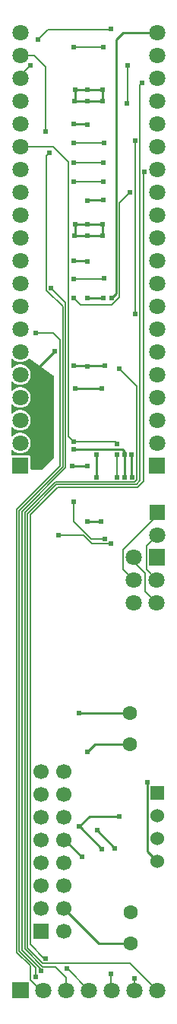
<source format=gbl>
G04 Layer: BottomLayer*
G04 EasyEDA v6.4.19.5, 2021-06-09T13:24:33+02:00*
G04 4d0a35ba0e1948c19c820806b4e2a2d6,fb9c11b3819f4bbabdc06984e21ef5f2,10*
G04 Gerber Generator version 0.2*
G04 Scale: 100 percent, Rotated: No, Reflected: No *
G04 Dimensions in millimeters *
G04 leading zeros omitted , absolute positions ,4 integer and 5 decimal *
%FSLAX45Y45*%
%MOMM*%

%ADD10C,0.2540*%
%ADD12C,0.1270*%
%ADD15C,0.6096*%
%ADD23R,1.8000X1.8000*%
%ADD24C,1.8000*%
%ADD25C,1.6000*%
%ADD27C,1.7000*%
%ADD29C,1.5240*%

%LPD*%
G36*
X252831Y-4995011D02*
G01*
X248920Y-4994198D01*
X245617Y-4992014D01*
X243433Y-4988712D01*
X242671Y-4984851D01*
X242671Y-4863592D01*
X241960Y-4857292D01*
X240080Y-4851908D01*
X236982Y-4847031D01*
X232968Y-4843018D01*
X228092Y-4839970D01*
X222707Y-4838039D01*
X216408Y-4837328D01*
X37592Y-4837328D01*
X32715Y-4837023D01*
X29057Y-4834890D01*
X26517Y-4831486D01*
X25654Y-4827320D01*
X25654Y-4785309D01*
X26466Y-4781397D01*
X28702Y-4778044D01*
X32054Y-4775860D01*
X36017Y-4775149D01*
X39928Y-4776063D01*
X43230Y-4778349D01*
X47853Y-4783277D01*
X59029Y-4792573D01*
X71272Y-4800346D01*
X84429Y-4806492D01*
X98247Y-4811014D01*
X112522Y-4813706D01*
X127000Y-4814620D01*
X141478Y-4813706D01*
X155752Y-4811014D01*
X169570Y-4806492D01*
X182727Y-4800346D01*
X194970Y-4792573D01*
X206146Y-4783277D01*
X216103Y-4772710D01*
X224637Y-4760976D01*
X231648Y-4748225D01*
X236982Y-4734712D01*
X240588Y-4720691D01*
X242417Y-4706264D01*
X242417Y-4691735D01*
X240588Y-4677308D01*
X236982Y-4663287D01*
X231648Y-4649774D01*
X224637Y-4637024D01*
X216103Y-4625289D01*
X206146Y-4614722D01*
X194970Y-4605426D01*
X182727Y-4597654D01*
X169570Y-4591507D01*
X155752Y-4586986D01*
X141478Y-4584293D01*
X127000Y-4583379D01*
X112522Y-4584293D01*
X98247Y-4586986D01*
X84429Y-4591507D01*
X71272Y-4597654D01*
X59029Y-4605426D01*
X47853Y-4614722D01*
X43230Y-4619650D01*
X39928Y-4621936D01*
X36017Y-4622850D01*
X32054Y-4622139D01*
X28702Y-4619955D01*
X26466Y-4616602D01*
X25654Y-4612690D01*
X25654Y-4531309D01*
X26466Y-4527397D01*
X28702Y-4524044D01*
X32054Y-4521860D01*
X36017Y-4521149D01*
X39928Y-4522063D01*
X43230Y-4524349D01*
X47853Y-4529277D01*
X59029Y-4538573D01*
X71272Y-4546346D01*
X84429Y-4552492D01*
X98247Y-4557014D01*
X112522Y-4559706D01*
X127000Y-4560620D01*
X141478Y-4559706D01*
X155752Y-4557014D01*
X169570Y-4552492D01*
X182727Y-4546346D01*
X194970Y-4538573D01*
X206146Y-4529277D01*
X216103Y-4518710D01*
X224637Y-4506976D01*
X231648Y-4494225D01*
X236982Y-4480712D01*
X240588Y-4466691D01*
X242417Y-4452264D01*
X242417Y-4437735D01*
X240588Y-4423308D01*
X236982Y-4409287D01*
X231648Y-4395774D01*
X224637Y-4383024D01*
X216103Y-4371289D01*
X206146Y-4360722D01*
X194970Y-4351426D01*
X182727Y-4343654D01*
X169570Y-4337507D01*
X155752Y-4332986D01*
X141478Y-4330293D01*
X127000Y-4329379D01*
X112522Y-4330293D01*
X98247Y-4332986D01*
X84429Y-4337507D01*
X71272Y-4343654D01*
X59029Y-4351426D01*
X47853Y-4360722D01*
X43230Y-4365650D01*
X39928Y-4367936D01*
X36017Y-4368850D01*
X32054Y-4368139D01*
X28702Y-4365955D01*
X26466Y-4362602D01*
X25654Y-4358690D01*
X25654Y-4277309D01*
X26466Y-4273397D01*
X28702Y-4270044D01*
X32054Y-4267860D01*
X36017Y-4267149D01*
X39928Y-4268063D01*
X43230Y-4270349D01*
X47853Y-4275277D01*
X59029Y-4284573D01*
X71272Y-4292346D01*
X84429Y-4298492D01*
X98247Y-4303014D01*
X112522Y-4305706D01*
X127000Y-4306620D01*
X141478Y-4305706D01*
X155752Y-4303014D01*
X169570Y-4298492D01*
X182727Y-4292346D01*
X194970Y-4284573D01*
X206146Y-4275277D01*
X216103Y-4264710D01*
X224637Y-4252976D01*
X231648Y-4240225D01*
X236982Y-4226712D01*
X240588Y-4212691D01*
X242417Y-4198264D01*
X242417Y-4183735D01*
X240588Y-4169308D01*
X236982Y-4155287D01*
X231648Y-4141774D01*
X224637Y-4129024D01*
X216103Y-4117289D01*
X206146Y-4106722D01*
X194970Y-4097426D01*
X182727Y-4089654D01*
X169570Y-4083507D01*
X155752Y-4078986D01*
X141478Y-4076293D01*
X127000Y-4075379D01*
X112522Y-4076293D01*
X98247Y-4078986D01*
X84429Y-4083507D01*
X71272Y-4089654D01*
X59029Y-4097426D01*
X47853Y-4106722D01*
X43230Y-4111650D01*
X39928Y-4113936D01*
X36017Y-4114850D01*
X32054Y-4114139D01*
X28702Y-4111955D01*
X26466Y-4108602D01*
X25654Y-4104690D01*
X25654Y-4023309D01*
X26466Y-4019397D01*
X28702Y-4016044D01*
X32054Y-4013860D01*
X36017Y-4013149D01*
X39928Y-4014063D01*
X43230Y-4016349D01*
X47853Y-4021277D01*
X59029Y-4030573D01*
X71272Y-4038346D01*
X84429Y-4044492D01*
X98247Y-4049014D01*
X112522Y-4051706D01*
X127000Y-4052620D01*
X141478Y-4051706D01*
X155752Y-4049014D01*
X169570Y-4044492D01*
X182727Y-4038346D01*
X194970Y-4030573D01*
X206146Y-4021277D01*
X216103Y-4010710D01*
X224637Y-3998976D01*
X231648Y-3986225D01*
X236982Y-3972712D01*
X240588Y-3958691D01*
X242417Y-3944264D01*
X242417Y-3929735D01*
X240588Y-3915308D01*
X236982Y-3901287D01*
X231648Y-3887774D01*
X224637Y-3875024D01*
X216103Y-3863289D01*
X206146Y-3852722D01*
X194970Y-3843426D01*
X182727Y-3835654D01*
X169570Y-3829507D01*
X155752Y-3824986D01*
X141478Y-3822293D01*
X127000Y-3821379D01*
X112522Y-3822293D01*
X98247Y-3824986D01*
X84429Y-3829507D01*
X71272Y-3835654D01*
X59029Y-3843426D01*
X47853Y-3852722D01*
X43230Y-3857650D01*
X39928Y-3859936D01*
X36017Y-3860850D01*
X32054Y-3860139D01*
X28702Y-3857955D01*
X26466Y-3854602D01*
X25654Y-3850690D01*
X25654Y-3769309D01*
X26466Y-3765397D01*
X28702Y-3762044D01*
X32054Y-3759860D01*
X36017Y-3759149D01*
X39928Y-3760063D01*
X43230Y-3762349D01*
X47853Y-3767277D01*
X59029Y-3776573D01*
X71272Y-3784346D01*
X84429Y-3790492D01*
X98247Y-3795014D01*
X112522Y-3797706D01*
X127000Y-3798620D01*
X141478Y-3797706D01*
X155752Y-3795014D01*
X169570Y-3790492D01*
X182727Y-3784346D01*
X194970Y-3776573D01*
X206146Y-3767277D01*
X213360Y-3759606D01*
X216306Y-3757422D01*
X219760Y-3756456D01*
X223367Y-3756710D01*
X226618Y-3758234D01*
X495655Y-3946956D01*
X497992Y-3949242D01*
X499465Y-3952087D01*
X500024Y-3955287D01*
X500024Y-4865674D01*
X499211Y-4869637D01*
X496874Y-4872990D01*
X372973Y-4992166D01*
X369722Y-4994249D01*
X365912Y-4995011D01*
G37*

%LPD*%
D12*
X294894Y-3469894D02*
G01*
X489965Y-3469894D01*
X569976Y-3549904D01*
X569976Y-4955031D01*
X85089Y-5439918D01*
X85089Y-10370058D01*
X235457Y-10520426D01*
X235457Y-10674858D01*
X355600Y-10795000D01*
X382015Y-10795000D01*
X584962Y-4979923D02*
G01*
X115062Y-5450078D01*
X115062Y-10359897D01*
X299973Y-10545063D01*
X299973Y-10644886D01*
X469900Y-2971800D02*
G01*
X629920Y-3131820D01*
X629920Y-4975097D01*
X145034Y-5459984D01*
X145034Y-10349992D01*
X355092Y-10560050D01*
X355092Y-10579862D01*
X1230121Y-3875023D02*
G01*
X1422400Y-4067302D01*
X1422400Y-5107686D01*
X1400047Y-5130037D01*
X519937Y-5130037D01*
X175005Y-5474970D01*
X175005Y-10335005D01*
X370078Y-10530078D01*
X515112Y-10530078D01*
X636015Y-10650981D01*
X636015Y-10795000D01*
X1485900Y-685800D02*
G01*
X1460500Y-711200D01*
X1460500Y-5119370D01*
X1420113Y-5160010D01*
X530097Y-5160010D01*
X204978Y-5484876D01*
X204978Y-10320020D01*
X375157Y-10490200D01*
X1347215Y-10490200D01*
X1652015Y-10795000D01*
X1511300Y-1676400D02*
G01*
X1498600Y-1689100D01*
X1498600Y-5121402D01*
X1430020Y-5189981D01*
X540004Y-5189981D01*
X234950Y-5495036D01*
X234950Y-10279887D01*
X394970Y-10439908D01*
X405129Y-10439908D01*
D10*
X876300Y-8136100D02*
G01*
X957394Y-8055005D01*
X1350002Y-8055005D01*
X780008Y-7704988D02*
G01*
X1349997Y-7704988D01*
X1350002Y-7704993D01*
X1354985Y-10274995D02*
G01*
X1355089Y-10275062D01*
X1004062Y-10275062D01*
X609600Y-9880600D01*
D12*
X127000Y-635000D02*
G01*
X127000Y-600963D01*
X236981Y-490981D01*
D10*
X876300Y-1152093D02*
G01*
X867214Y-1143000D01*
X723900Y-1143000D01*
X780008Y-8969984D02*
G01*
X785002Y-8969984D01*
X1034999Y-9219984D01*
X1649984Y-9360915D02*
G01*
X1540002Y-9250934D01*
X1540002Y-8480044D01*
X780008Y-8969984D02*
G01*
X895012Y-8854981D01*
X1229995Y-8854981D01*
X1180007Y-9209989D02*
G01*
X1180005Y-9209989D01*
X980008Y-9009992D01*
X609600Y-9118600D02*
G01*
X623620Y-9118600D01*
X810005Y-9304985D01*
X1034999Y-4094987D02*
G01*
X734999Y-4094987D01*
X734999Y-4094987D01*
X1289992Y-4829987D02*
G01*
X1289992Y-4794981D01*
X1260000Y-4764989D01*
X719988Y-4764989D01*
X975004Y-4824984D02*
G01*
X975004Y-5080000D01*
X975004Y-5080000D01*
X509998Y-3674993D02*
G01*
X299999Y-3884993D01*
D12*
X450087Y-1465071D02*
G01*
X415036Y-1500123D01*
X415036Y-2994913D01*
X599947Y-3179826D01*
X599947Y-4964937D01*
X595121Y-4970018D01*
X585000Y-4979990D01*
X127000Y-1397000D02*
G01*
X492000Y-1397000D01*
X659892Y-1564896D01*
X659892Y-4624908D01*
X719988Y-4685004D01*
D10*
X876300Y-4953000D02*
G01*
X699998Y-4953000D01*
X1143000Y-3086100D02*
G01*
X1193800Y-3035300D01*
X1193800Y-203200D01*
X1270000Y-127000D01*
X1651000Y-127000D01*
D12*
X1410004Y-1335001D02*
G01*
X1410004Y-1955495D01*
X1410004Y-1955497D01*
X1410004Y-3259988D01*
D10*
X876300Y-2258474D02*
G01*
X877816Y-2259990D01*
X1045006Y-2259990D01*
X734999Y-2259990D02*
G01*
X874783Y-2259990D01*
X876300Y-2258474D01*
X1289992Y-4829987D02*
G01*
X1289992Y-5079997D01*
X1289989Y-5080000D01*
X874996Y-762000D02*
G01*
X877003Y-759993D01*
X1045006Y-759993D01*
X734999Y-759993D02*
G01*
X872990Y-759993D01*
X874996Y-762000D01*
X876300Y-887976D02*
G01*
X878314Y-889990D01*
X1045006Y-889990D01*
D12*
X1204998Y-4829987D02*
G01*
X1204998Y-5079997D01*
X1205001Y-5080000D01*
X719988Y-287296D02*
G01*
X1054999Y-287296D01*
X319989Y-205003D02*
G01*
X325092Y-205003D01*
X435099Y-94995D01*
X1133096Y-94995D01*
X1139192Y-88900D01*
X645007Y-10554970D02*
G01*
X649986Y-10554970D01*
X889990Y-10794974D01*
X889965Y-10795000D01*
X889000Y-10795000D01*
X1394990Y-10659976D02*
G01*
X1394990Y-10791974D01*
X1397990Y-10794974D01*
X1140005Y-10609988D02*
G01*
X1140005Y-10790989D01*
X1143990Y-10794974D01*
X723900Y-3086100D02*
G01*
X800100Y-3162300D01*
X1143000Y-3162300D01*
X1231900Y-3073400D01*
X1231900Y-2023110D01*
X1350010Y-1905000D01*
D10*
X876300Y-3841874D02*
G01*
X869825Y-3835400D01*
X723900Y-3835400D01*
X876300Y-3841874D02*
G01*
X882774Y-3835400D01*
X1066800Y-3835400D01*
X876300Y-3087496D02*
G01*
X877696Y-3086100D01*
X1054100Y-3086100D01*
D12*
X1058011Y-2866867D02*
G01*
X1054679Y-2870200D01*
X723900Y-2870200D01*
D10*
X876300Y-2674553D02*
G01*
X868746Y-2667000D01*
X723900Y-2667000D01*
D12*
X127000Y-381000D02*
G01*
X279400Y-381000D01*
X406400Y-508000D01*
X406400Y-1231900D01*
X1054100Y-1574800D02*
G01*
X1053896Y-1575003D01*
X719988Y-1575003D01*
D10*
X1045006Y-2389987D02*
G01*
X1045009Y-2389985D01*
X1045009Y-2259992D01*
X876300Y-2386451D02*
G01*
X879835Y-2389987D01*
X1045006Y-2389987D01*
X729995Y-2389987D02*
G01*
X734999Y-2384983D01*
X734999Y-2259992D01*
X876300Y-2386329D02*
G01*
X872642Y-2389987D01*
X729995Y-2389987D01*
X876300Y-1996635D02*
G01*
X879035Y-1993900D01*
X1054100Y-1993900D01*
D12*
X719988Y-1786359D02*
G01*
X724329Y-1790700D01*
X1054100Y-1790700D01*
X1058011Y-1358122D02*
G01*
X1057234Y-1358900D01*
X723900Y-1358900D01*
X1312011Y-914400D02*
G01*
X1320800Y-905611D01*
X1320800Y-495300D01*
X406400Y-508000D02*
G01*
X279400Y-381000D01*
X127000Y-381000D01*
D10*
X729995Y-889990D02*
G01*
X734999Y-884986D01*
X734999Y-759990D01*
X1045006Y-889990D02*
G01*
X1045009Y-889988D01*
X1045009Y-759990D01*
X876300Y-887976D02*
G01*
X874285Y-889990D01*
X729995Y-889990D01*
X1364995Y-4829987D02*
G01*
X1364995Y-5074996D01*
X1369999Y-5080000D01*
D12*
X719985Y-4685004D02*
G01*
X1185011Y-4685004D01*
X1205001Y-4704994D01*
X1393007Y-6224993D02*
G01*
X1274998Y-6106985D01*
X1274998Y-5884989D01*
X1651000Y-5508988D01*
X1651000Y-5473700D01*
X1646936Y-6225031D02*
G01*
X1530095Y-6107937D01*
X1530095Y-5845047D01*
X1651000Y-5727700D01*
X1647007Y-6478993D02*
G01*
X1519996Y-6351983D01*
X1519996Y-6149987D01*
X1393007Y-6022997D01*
X1393007Y-5970993D01*
X1064999Y-5769988D02*
G01*
X919998Y-5769988D01*
X729998Y-5579988D01*
X1065001Y-5769985D02*
G01*
X920000Y-5769985D01*
X719988Y-5569973D01*
X719988Y-5354980D01*
X1135126Y-5815076D02*
G01*
X1130045Y-5819902D01*
X925068Y-5819902D01*
X830071Y-5724905D01*
X554989Y-5724905D01*
D10*
X1024999Y-5574990D02*
G01*
X874999Y-5574990D01*
G36*
X37998Y-10704979D02*
G01*
X217998Y-10704979D01*
X217998Y-10884979D01*
X37998Y-10884979D01*
G37*
D24*
G01*
X381990Y-10794974D03*
G01*
X635990Y-10794974D03*
G01*
X889990Y-10794974D03*
G01*
X1143990Y-10794974D03*
G01*
X1397990Y-10794974D03*
G01*
X1651990Y-10794974D03*
G01*
X1393012Y-6479006D03*
G01*
X1647012Y-6479006D03*
G01*
X1393012Y-6225006D03*
G01*
X1647012Y-6225006D03*
G01*
X1393012Y-5971006D03*
G36*
X1556997Y-5880988D02*
G01*
X1556997Y-6060988D01*
X1736996Y-6060988D01*
X1736996Y-5880988D01*
G37*
G01*
X1651000Y-5727700D03*
D23*
G01*
X1651000Y-5473700D03*
D25*
G01*
X1350010Y-8055000D03*
G01*
X1350010Y-7704988D03*
G01*
X1354988Y-9924973D03*
G01*
X1354988Y-10274985D03*
D24*
G01*
X127000Y-127000D03*
G01*
X127000Y-381000D03*
G01*
X127000Y-635000D03*
G01*
X127000Y-889000D03*
G01*
X127000Y-1143000D03*
G01*
X127000Y-1397000D03*
G01*
X127000Y-1651000D03*
G01*
X127000Y-1905000D03*
G01*
X127000Y-2159000D03*
G01*
X127000Y-2413000D03*
G01*
X127000Y-2667000D03*
G01*
X127000Y-2921000D03*
G01*
X127000Y-3175000D03*
G01*
X127000Y-3429000D03*
G01*
X127000Y-3683000D03*
G01*
X127000Y-3937000D03*
G01*
X127000Y-4191000D03*
G01*
X127000Y-4445000D03*
G01*
X127000Y-4699000D03*
G36*
X216999Y-5042999D02*
G01*
X216999Y-4863000D01*
X37000Y-4863000D01*
X37000Y-5042999D01*
G37*
G01*
X1651000Y-127000D03*
G01*
X1651000Y-381000D03*
G01*
X1651000Y-635000D03*
G01*
X1651000Y-889000D03*
G01*
X1651000Y-1143000D03*
G01*
X1651000Y-1397000D03*
G01*
X1651000Y-1651000D03*
G01*
X1651000Y-1905000D03*
G01*
X1651000Y-2159000D03*
G01*
X1651000Y-2413000D03*
G01*
X1651000Y-2667000D03*
G01*
X1651000Y-2921000D03*
G01*
X1651000Y-3175000D03*
G01*
X1651000Y-3429000D03*
G01*
X1651000Y-3683000D03*
G01*
X1651000Y-3937000D03*
G01*
X1651000Y-4191000D03*
G01*
X1651000Y-4445000D03*
G01*
X1651000Y-4699000D03*
G36*
X1740999Y-5042999D02*
G01*
X1740999Y-4863000D01*
X1561000Y-4863000D01*
X1561000Y-5042999D01*
G37*
G36*
X440689Y-10219689D02*
G01*
X440689Y-10049510D01*
X270510Y-10049510D01*
X270510Y-10219689D01*
G37*
D27*
G01*
X609600Y-10134600D03*
G01*
X355600Y-9880600D03*
G01*
X609600Y-9880600D03*
G01*
X355600Y-9626600D03*
G01*
X609600Y-9626600D03*
G01*
X355600Y-9372600D03*
G01*
X609600Y-9372600D03*
G01*
X355600Y-9118600D03*
G01*
X609600Y-9118600D03*
G01*
X355600Y-8864600D03*
G01*
X609600Y-8864600D03*
G01*
X355600Y-8610600D03*
G01*
X609600Y-8610600D03*
G01*
X355600Y-8356600D03*
G01*
X609600Y-8356600D03*
G36*
X1573796Y-8522782D02*
G01*
X1573796Y-8675182D01*
X1726196Y-8675182D01*
X1726196Y-8522782D01*
G37*
D29*
G01*
X1650009Y-8852992D03*
G01*
X1650009Y-9106992D03*
G01*
X1650009Y-9360992D03*
D15*
G01*
X554989Y-5724982D03*
G01*
X719988Y-5354980D03*
G01*
X1064996Y-5769990D03*
G01*
X1134998Y-5814999D03*
G01*
X875004Y-5574995D03*
G01*
X1024991Y-5574995D03*
G01*
X876300Y-887984D03*
G01*
X729995Y-889990D03*
G01*
X1045006Y-889990D03*
G01*
X1045006Y-759993D03*
G01*
X734999Y-759993D03*
G01*
X237007Y-491007D03*
G01*
X1312011Y-914400D03*
G01*
X1320800Y-495300D03*
G01*
X1058011Y-1358112D03*
G01*
X723900Y-1358900D03*
G01*
X719988Y-1786356D03*
G01*
X1054100Y-1790700D03*
G01*
X876300Y-1152093D03*
G01*
X723900Y-1143000D03*
G01*
X876300Y-1996643D03*
G01*
X1054100Y-1993900D03*
G01*
X729995Y-2389987D03*
G01*
X876300Y-2386456D03*
G01*
X734999Y-2259990D03*
G01*
X1045006Y-2389987D03*
G01*
X1045006Y-2259990D03*
G01*
X1054100Y-1574800D03*
G01*
X719988Y-1575003D03*
G01*
X406400Y-1231900D03*
G01*
X876300Y-2674543D03*
G01*
X723900Y-2667000D03*
G01*
X1058011Y-2866872D03*
G01*
X723900Y-2870200D03*
G01*
X876300Y-3087496D03*
G01*
X1054100Y-3086100D03*
G01*
X876300Y-3841877D03*
G01*
X1066800Y-3835400D03*
G01*
X723900Y-3835400D03*
G01*
X734999Y-4094987D03*
G01*
X1143000Y-3086100D03*
G01*
X723900Y-3086100D03*
G01*
X1350010Y-1905000D03*
G01*
X1410004Y-1334998D03*
G01*
X1410004Y-3259988D03*
G01*
X1485900Y-685800D03*
G01*
X450011Y-1464995D03*
G01*
X719988Y-4685004D03*
G01*
X1205001Y-4704994D03*
G01*
X294995Y-3469995D03*
G01*
X469900Y-2971800D03*
G01*
X1511300Y-1676400D03*
G01*
X1229995Y-3874998D03*
G01*
X299999Y-10644987D03*
G01*
X354990Y-10579988D03*
G01*
X1394993Y-10659973D03*
G01*
X1140002Y-10609986D03*
G01*
X405003Y-10439984D03*
G01*
X645007Y-10554970D03*
G01*
X780008Y-8969984D03*
G01*
X980008Y-9009989D03*
G01*
X1034999Y-9219971D03*
G01*
X719988Y-4764989D03*
G01*
X319989Y-205003D03*
G01*
X1139189Y-88900D03*
G01*
X719988Y-287299D03*
G01*
X1054988Y-287299D03*
G01*
X1369999Y-5080000D03*
G01*
X1364995Y-4829987D03*
G01*
X1289989Y-5080000D03*
G01*
X1289989Y-4829987D03*
G01*
X1205001Y-5080000D03*
G01*
X1205001Y-4829987D03*
G01*
X975004Y-4824984D03*
G01*
X975004Y-5080000D03*
G01*
X875004Y-762000D03*
G01*
X876300Y-2258466D03*
G01*
X876300Y-4953000D03*
G01*
X699998Y-4953000D03*
G01*
X305003Y-4954981D03*
G01*
X510006Y-3674998D03*
G01*
X1034999Y-4094987D03*
G01*
X810005Y-9304985D03*
G01*
X1180007Y-9209989D03*
G01*
X1540002Y-8479993D03*
G01*
X1229995Y-8854973D03*
G01*
X780008Y-7704988D03*
G01*
X876300Y-8136102D03*
M02*

</source>
